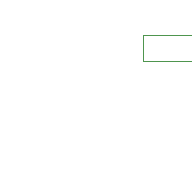
<source format=gbr>
G04 #@! TF.GenerationSoftware,KiCad,Pcbnew,8.0.4+1*
G04 #@! TF.CreationDate,2024-10-21T12:07:58+00:00*
G04 #@! TF.ProjectId,KCD1-102-board,4b434431-2d31-4303-922d-626f6172642e,rev?*
G04 #@! TF.SameCoordinates,Original*
G04 #@! TF.FileFunction,Legend,Top*
G04 #@! TF.FilePolarity,Positive*
%FSLAX46Y46*%
G04 Gerber Fmt 4.6, Leading zero omitted, Abs format (unit mm)*
G04 Created by KiCad (PCBNEW 8.0.4+1) date 2024-10-21 12:07:58*
%MOMM*%
%LPD*%
G01*
G04 APERTURE LIST*
%ADD10C,0.150000*%
%ADD11C,0.120000*%
%ADD12R,10.000000X5.000000*%
%ADD13O,8.000000X4.000000*%
G04 APERTURE END LIST*
D10*
X85894819Y-70833333D02*
X86609104Y-70833333D01*
X86609104Y-70833333D02*
X86751961Y-70880952D01*
X86751961Y-70880952D02*
X86847200Y-70976190D01*
X86847200Y-70976190D02*
X86894819Y-71119047D01*
X86894819Y-71119047D02*
X86894819Y-71214285D01*
X85894819Y-69880952D02*
X85894819Y-70357142D01*
X85894819Y-70357142D02*
X86371009Y-70404761D01*
X86371009Y-70404761D02*
X86323390Y-70357142D01*
X86323390Y-70357142D02*
X86275771Y-70261904D01*
X86275771Y-70261904D02*
X86275771Y-70023809D01*
X86275771Y-70023809D02*
X86323390Y-69928571D01*
X86323390Y-69928571D02*
X86371009Y-69880952D01*
X86371009Y-69880952D02*
X86466247Y-69833333D01*
X86466247Y-69833333D02*
X86704342Y-69833333D01*
X86704342Y-69833333D02*
X86799580Y-69880952D01*
X86799580Y-69880952D02*
X86847200Y-69928571D01*
X86847200Y-69928571D02*
X86894819Y-70023809D01*
X86894819Y-70023809D02*
X86894819Y-70261904D01*
X86894819Y-70261904D02*
X86847200Y-70357142D01*
X86847200Y-70357142D02*
X86799580Y-70404761D01*
X85894819Y-64333333D02*
X86609104Y-64333333D01*
X86609104Y-64333333D02*
X86751961Y-64380952D01*
X86751961Y-64380952D02*
X86847200Y-64476190D01*
X86847200Y-64476190D02*
X86894819Y-64619047D01*
X86894819Y-64619047D02*
X86894819Y-64714285D01*
X86228152Y-63428571D02*
X86894819Y-63428571D01*
X85847200Y-63666666D02*
X86561485Y-63904761D01*
X86561485Y-63904761D02*
X86561485Y-63285714D01*
X85894819Y-77333333D02*
X86609104Y-77333333D01*
X86609104Y-77333333D02*
X86751961Y-77380952D01*
X86751961Y-77380952D02*
X86847200Y-77476190D01*
X86847200Y-77476190D02*
X86894819Y-77619047D01*
X86894819Y-77619047D02*
X86894819Y-77714285D01*
X85894819Y-76428571D02*
X85894819Y-76619047D01*
X85894819Y-76619047D02*
X85942438Y-76714285D01*
X85942438Y-76714285D02*
X85990057Y-76761904D01*
X85990057Y-76761904D02*
X86132914Y-76857142D01*
X86132914Y-76857142D02*
X86323390Y-76904761D01*
X86323390Y-76904761D02*
X86704342Y-76904761D01*
X86704342Y-76904761D02*
X86799580Y-76857142D01*
X86799580Y-76857142D02*
X86847200Y-76809523D01*
X86847200Y-76809523D02*
X86894819Y-76714285D01*
X86894819Y-76714285D02*
X86894819Y-76523809D01*
X86894819Y-76523809D02*
X86847200Y-76428571D01*
X86847200Y-76428571D02*
X86799580Y-76380952D01*
X86799580Y-76380952D02*
X86704342Y-76333333D01*
X86704342Y-76333333D02*
X86466247Y-76333333D01*
X86466247Y-76333333D02*
X86371009Y-76380952D01*
X86371009Y-76380952D02*
X86323390Y-76428571D01*
X86323390Y-76428571D02*
X86275771Y-76523809D01*
X86275771Y-76523809D02*
X86275771Y-76714285D01*
X86275771Y-76714285D02*
X86323390Y-76809523D01*
X86323390Y-76809523D02*
X86371009Y-76857142D01*
X86371009Y-76857142D02*
X86466247Y-76904761D01*
D11*
X97452500Y-65765000D02*
X97452500Y-68035000D01*
X97452500Y-68035000D02*
X101512500Y-68035000D01*
X101512500Y-65765000D02*
X97452500Y-65765000D01*
%LPC*%
D12*
X90250000Y-70500000D03*
X90250000Y-64000000D03*
G36*
G01*
X97712500Y-67524999D02*
X97712500Y-66275001D01*
G75*
G02*
X97962501Y-66025000I250001J0D01*
G01*
X98887499Y-66025000D01*
G75*
G02*
X99137500Y-66275001I0J-250001D01*
G01*
X99137500Y-67524999D01*
G75*
G02*
X98887499Y-67775000I-250001J0D01*
G01*
X97962501Y-67775000D01*
G75*
G02*
X97712500Y-67524999I0J250001D01*
G01*
G37*
G36*
G01*
X100687500Y-67524999D02*
X100687500Y-66275001D01*
G75*
G02*
X100937501Y-66025000I250001J0D01*
G01*
X101862499Y-66025000D01*
G75*
G02*
X102112500Y-66275001I0J-250001D01*
G01*
X102112500Y-67524999D01*
G75*
G02*
X101862499Y-67775000I-250001J0D01*
G01*
X100937501Y-67775000D01*
G75*
G02*
X100687500Y-67524999I0J250001D01*
G01*
G37*
G36*
G01*
X104750000Y-71250000D02*
X104750000Y-69750000D01*
G75*
G02*
X105000000Y-69500000I250000J0D01*
G01*
X105500000Y-69500000D01*
G75*
G02*
X105750000Y-69750000I0J-250000D01*
G01*
X105750000Y-71250000D01*
G75*
G02*
X105500000Y-71500000I-250000J0D01*
G01*
X105000000Y-71500000D01*
G75*
G02*
X104750000Y-71250000I0J250000D01*
G01*
G37*
X90250000Y-77000000D03*
G36*
G01*
X104700000Y-64250000D02*
X104700000Y-62750000D01*
G75*
G02*
X104950000Y-62500000I250000J0D01*
G01*
X105450000Y-62500000D01*
G75*
G02*
X105700000Y-62750000I0J-250000D01*
G01*
X105700000Y-64250000D01*
G75*
G02*
X105450000Y-64500000I-250000J0D01*
G01*
X104950000Y-64500000D01*
G75*
G02*
X104700000Y-64250000I0J250000D01*
G01*
G37*
G36*
G01*
X104700000Y-78250000D02*
X104700000Y-76750000D01*
G75*
G02*
X104950000Y-76500000I250000J0D01*
G01*
X105450000Y-76500000D01*
G75*
G02*
X105700000Y-76750000I0J-250000D01*
G01*
X105700000Y-78250000D01*
G75*
G02*
X105450000Y-78500000I-250000J0D01*
G01*
X104950000Y-78500000D01*
G75*
G02*
X104700000Y-78250000I0J250000D01*
G01*
G37*
D13*
X100000000Y-63500000D03*
X100000000Y-70500000D03*
X100000000Y-77500000D03*
%LPD*%
M02*

</source>
